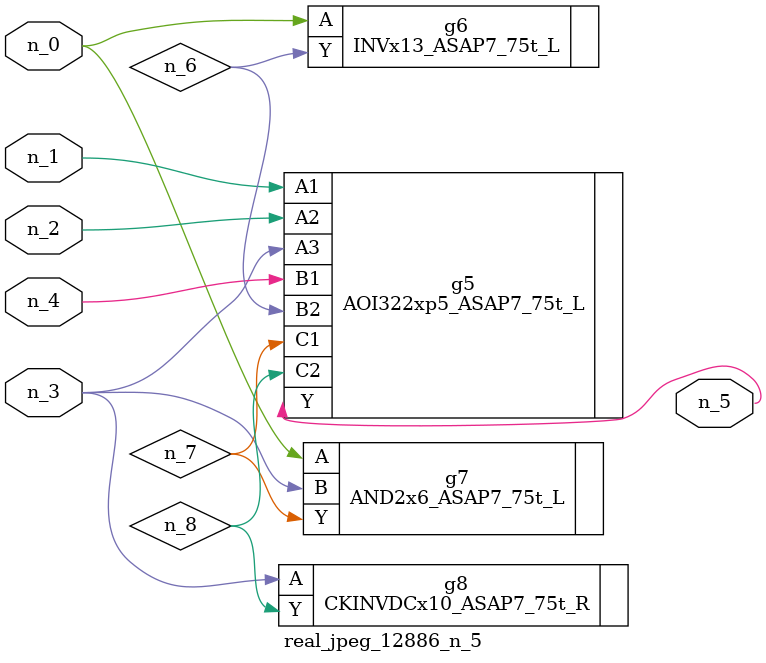
<source format=v>
module real_jpeg_12886_n_5 (n_4, n_0, n_1, n_2, n_3, n_5);

input n_4;
input n_0;
input n_1;
input n_2;
input n_3;

output n_5;

wire n_8;
wire n_6;
wire n_7;

INVx13_ASAP7_75t_L g6 ( 
.A(n_0),
.Y(n_6)
);

AND2x6_ASAP7_75t_L g7 ( 
.A(n_0),
.B(n_3),
.Y(n_7)
);

AOI322xp5_ASAP7_75t_L g5 ( 
.A1(n_1),
.A2(n_2),
.A3(n_3),
.B1(n_4),
.B2(n_6),
.C1(n_7),
.C2(n_8),
.Y(n_5)
);

CKINVDCx10_ASAP7_75t_R g8 ( 
.A(n_3),
.Y(n_8)
);


endmodule
</source>
